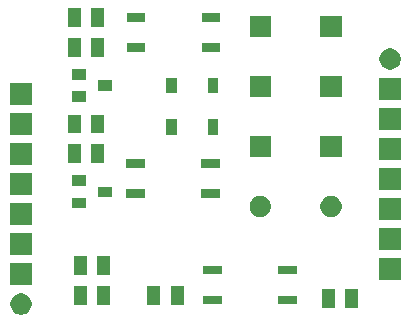
<source format=gbr>
G04 #@! TF.GenerationSoftware,KiCad,Pcbnew,(5.0.0-3-g5ebb6b6)*
G04 #@! TF.CreationDate,2019-04-02T16:58:23+03:00*
G04 #@! TF.ProjectId,uae,7561652E6B696361645F706362000000,rev?*
G04 #@! TF.SameCoordinates,Original*
G04 #@! TF.FileFunction,Soldermask,Top*
G04 #@! TF.FilePolarity,Negative*
%FSLAX46Y46*%
G04 Gerber Fmt 4.6, Leading zero omitted, Abs format (unit mm)*
G04 Created by KiCad (PCBNEW (5.0.0-3-g5ebb6b6)) date *
%MOMM*%
%LPD*%
G01*
G04 APERTURE LIST*
%ADD10C,0.100000*%
G04 APERTURE END LIST*
D10*
G36*
X86512520Y-73884586D02*
X86512522Y-73884587D01*
X86512523Y-73884587D01*
X86676310Y-73952430D01*
X86823717Y-74050924D01*
X86949076Y-74176283D01*
X87047570Y-74323690D01*
X87115414Y-74487480D01*
X87150000Y-74661358D01*
X87150000Y-74838642D01*
X87115414Y-75012520D01*
X87047570Y-75176310D01*
X86949076Y-75323717D01*
X86823717Y-75449076D01*
X86676310Y-75547570D01*
X86512523Y-75615413D01*
X86512522Y-75615413D01*
X86512520Y-75615414D01*
X86338642Y-75650000D01*
X86161358Y-75650000D01*
X85987480Y-75615414D01*
X85987478Y-75615413D01*
X85987477Y-75615413D01*
X85823690Y-75547570D01*
X85676283Y-75449076D01*
X85550924Y-75323717D01*
X85452430Y-75176310D01*
X85384586Y-75012520D01*
X85350000Y-74838642D01*
X85350000Y-74661358D01*
X85384586Y-74487480D01*
X85452430Y-74323690D01*
X85550924Y-74176283D01*
X85676283Y-74050924D01*
X85823690Y-73952430D01*
X85987477Y-73884587D01*
X85987478Y-73884587D01*
X85987480Y-73884586D01*
X86161358Y-73850000D01*
X86338642Y-73850000D01*
X86512520Y-73884586D01*
X86512520Y-73884586D01*
G37*
G36*
X114800000Y-75050000D02*
X113700000Y-75050000D01*
X113700000Y-73450000D01*
X114800000Y-73450000D01*
X114800000Y-75050000D01*
X114800000Y-75050000D01*
G37*
G36*
X112800000Y-75050000D02*
X111700000Y-75050000D01*
X111700000Y-73450000D01*
X112800000Y-73450000D01*
X112800000Y-75050000D01*
X112800000Y-75050000D01*
G37*
G36*
X91800000Y-74800000D02*
X90700000Y-74800000D01*
X90700000Y-73200000D01*
X91800000Y-73200000D01*
X91800000Y-74800000D01*
X91800000Y-74800000D01*
G37*
G36*
X93800000Y-74800000D02*
X92700000Y-74800000D01*
X92700000Y-73200000D01*
X93800000Y-73200000D01*
X93800000Y-74800000D01*
X93800000Y-74800000D01*
G37*
G36*
X100050000Y-74800000D02*
X98950000Y-74800000D01*
X98950000Y-73200000D01*
X100050000Y-73200000D01*
X100050000Y-74800000D01*
X100050000Y-74800000D01*
G37*
G36*
X98050000Y-74800000D02*
X96950000Y-74800000D01*
X96950000Y-73200000D01*
X98050000Y-73200000D01*
X98050000Y-74800000D01*
X98050000Y-74800000D01*
G37*
G36*
X109580600Y-74759800D02*
X108007400Y-74759800D01*
X108007400Y-74050200D01*
X109580600Y-74050200D01*
X109580600Y-74759800D01*
X109580600Y-74759800D01*
G37*
G36*
X103242600Y-74759800D02*
X101669400Y-74759800D01*
X101669400Y-74050200D01*
X103242600Y-74050200D01*
X103242600Y-74759800D01*
X103242600Y-74759800D01*
G37*
G36*
X87150000Y-73110000D02*
X85350000Y-73110000D01*
X85350000Y-71310000D01*
X87150000Y-71310000D01*
X87150000Y-73110000D01*
X87150000Y-73110000D01*
G37*
G36*
X118400000Y-72680000D02*
X116600000Y-72680000D01*
X116600000Y-70880000D01*
X118400000Y-70880000D01*
X118400000Y-72680000D01*
X118400000Y-72680000D01*
G37*
G36*
X93800000Y-72300000D02*
X92700000Y-72300000D01*
X92700000Y-70700000D01*
X93800000Y-70700000D01*
X93800000Y-72300000D01*
X93800000Y-72300000D01*
G37*
G36*
X91800000Y-72300000D02*
X90700000Y-72300000D01*
X90700000Y-70700000D01*
X91800000Y-70700000D01*
X91800000Y-72300000D01*
X91800000Y-72300000D01*
G37*
G36*
X109580600Y-72219800D02*
X108007400Y-72219800D01*
X108007400Y-71510200D01*
X109580600Y-71510200D01*
X109580600Y-72219800D01*
X109580600Y-72219800D01*
G37*
G36*
X103242600Y-72219800D02*
X101669400Y-72219800D01*
X101669400Y-71510200D01*
X103242600Y-71510200D01*
X103242600Y-72219800D01*
X103242600Y-72219800D01*
G37*
G36*
X87150000Y-70570000D02*
X85350000Y-70570000D01*
X85350000Y-68770000D01*
X87150000Y-68770000D01*
X87150000Y-70570000D01*
X87150000Y-70570000D01*
G37*
G36*
X118400000Y-70140000D02*
X116600000Y-70140000D01*
X116600000Y-68340000D01*
X118400000Y-68340000D01*
X118400000Y-70140000D01*
X118400000Y-70140000D01*
G37*
G36*
X87150000Y-68030000D02*
X85350000Y-68030000D01*
X85350000Y-66230000D01*
X87150000Y-66230000D01*
X87150000Y-68030000D01*
X87150000Y-68030000D01*
G37*
G36*
X118400000Y-67600000D02*
X116600000Y-67600000D01*
X116600000Y-65800000D01*
X118400000Y-65800000D01*
X118400000Y-67600000D01*
X118400000Y-67600000D01*
G37*
G36*
X112762520Y-65624586D02*
X112762522Y-65624587D01*
X112762523Y-65624587D01*
X112926310Y-65692430D01*
X113073717Y-65790924D01*
X113199076Y-65916283D01*
X113297570Y-66063690D01*
X113365414Y-66227480D01*
X113400000Y-66401358D01*
X113400000Y-66578642D01*
X113365414Y-66752520D01*
X113297570Y-66916310D01*
X113199076Y-67063717D01*
X113073717Y-67189076D01*
X112926310Y-67287570D01*
X112762523Y-67355413D01*
X112762522Y-67355413D01*
X112762520Y-67355414D01*
X112588642Y-67390000D01*
X112411358Y-67390000D01*
X112237480Y-67355414D01*
X112237478Y-67355413D01*
X112237477Y-67355413D01*
X112073690Y-67287570D01*
X111926283Y-67189076D01*
X111800924Y-67063717D01*
X111702430Y-66916310D01*
X111634586Y-66752520D01*
X111600000Y-66578642D01*
X111600000Y-66401358D01*
X111634586Y-66227480D01*
X111702430Y-66063690D01*
X111800924Y-65916283D01*
X111926283Y-65790924D01*
X112073690Y-65692430D01*
X112237477Y-65624587D01*
X112237478Y-65624587D01*
X112237480Y-65624586D01*
X112411358Y-65590000D01*
X112588642Y-65590000D01*
X112762520Y-65624586D01*
X112762520Y-65624586D01*
G37*
G36*
X106762520Y-65624586D02*
X106762522Y-65624587D01*
X106762523Y-65624587D01*
X106926310Y-65692430D01*
X107073717Y-65790924D01*
X107199076Y-65916283D01*
X107297570Y-66063690D01*
X107365414Y-66227480D01*
X107400000Y-66401358D01*
X107400000Y-66578642D01*
X107365414Y-66752520D01*
X107297570Y-66916310D01*
X107199076Y-67063717D01*
X107073717Y-67189076D01*
X106926310Y-67287570D01*
X106762523Y-67355413D01*
X106762522Y-67355413D01*
X106762520Y-67355414D01*
X106588642Y-67390000D01*
X106411358Y-67390000D01*
X106237480Y-67355414D01*
X106237478Y-67355413D01*
X106237477Y-67355413D01*
X106073690Y-67287570D01*
X105926283Y-67189076D01*
X105800924Y-67063717D01*
X105702430Y-66916310D01*
X105634586Y-66752520D01*
X105600000Y-66578642D01*
X105600000Y-66401358D01*
X105634586Y-66227480D01*
X105702430Y-66063690D01*
X105800924Y-65916283D01*
X105926283Y-65790924D01*
X106073690Y-65692430D01*
X106237477Y-65624587D01*
X106237478Y-65624587D01*
X106237480Y-65624586D01*
X106411358Y-65590000D01*
X106588642Y-65590000D01*
X106762520Y-65624586D01*
X106762520Y-65624586D01*
G37*
G36*
X91750000Y-66650000D02*
X90550000Y-66650000D01*
X90550000Y-65750000D01*
X91750000Y-65750000D01*
X91750000Y-66650000D01*
X91750000Y-66650000D01*
G37*
G36*
X103080600Y-65739800D02*
X101507400Y-65739800D01*
X101507400Y-65030200D01*
X103080600Y-65030200D01*
X103080600Y-65739800D01*
X103080600Y-65739800D01*
G37*
G36*
X96742600Y-65739800D02*
X95169400Y-65739800D01*
X95169400Y-65030200D01*
X96742600Y-65030200D01*
X96742600Y-65739800D01*
X96742600Y-65739800D01*
G37*
G36*
X93950000Y-65700000D02*
X92750000Y-65700000D01*
X92750000Y-64800000D01*
X93950000Y-64800000D01*
X93950000Y-65700000D01*
X93950000Y-65700000D01*
G37*
G36*
X87150000Y-65490000D02*
X85350000Y-65490000D01*
X85350000Y-63690000D01*
X87150000Y-63690000D01*
X87150000Y-65490000D01*
X87150000Y-65490000D01*
G37*
G36*
X118400000Y-65060000D02*
X116600000Y-65060000D01*
X116600000Y-63260000D01*
X118400000Y-63260000D01*
X118400000Y-65060000D01*
X118400000Y-65060000D01*
G37*
G36*
X91750000Y-64750000D02*
X90550000Y-64750000D01*
X90550000Y-63850000D01*
X91750000Y-63850000D01*
X91750000Y-64750000D01*
X91750000Y-64750000D01*
G37*
G36*
X103080600Y-63199800D02*
X101507400Y-63199800D01*
X101507400Y-62490200D01*
X103080600Y-62490200D01*
X103080600Y-63199800D01*
X103080600Y-63199800D01*
G37*
G36*
X96742600Y-63199800D02*
X95169400Y-63199800D01*
X95169400Y-62490200D01*
X96742600Y-62490200D01*
X96742600Y-63199800D01*
X96742600Y-63199800D01*
G37*
G36*
X87150000Y-62950000D02*
X85350000Y-62950000D01*
X85350000Y-61150000D01*
X87150000Y-61150000D01*
X87150000Y-62950000D01*
X87150000Y-62950000D01*
G37*
G36*
X93300000Y-62800000D02*
X92200000Y-62800000D01*
X92200000Y-61200000D01*
X93300000Y-61200000D01*
X93300000Y-62800000D01*
X93300000Y-62800000D01*
G37*
G36*
X91300000Y-62800000D02*
X90200000Y-62800000D01*
X90200000Y-61200000D01*
X91300000Y-61200000D01*
X91300000Y-62800000D01*
X91300000Y-62800000D01*
G37*
G36*
X118400000Y-62520000D02*
X116600000Y-62520000D01*
X116600000Y-60720000D01*
X118400000Y-60720000D01*
X118400000Y-62520000D01*
X118400000Y-62520000D01*
G37*
G36*
X113400000Y-62310000D02*
X111600000Y-62310000D01*
X111600000Y-60510000D01*
X113400000Y-60510000D01*
X113400000Y-62310000D01*
X113400000Y-62310000D01*
G37*
G36*
X107400000Y-62310000D02*
X105600000Y-62310000D01*
X105600000Y-60510000D01*
X107400000Y-60510000D01*
X107400000Y-62310000D01*
X107400000Y-62310000D01*
G37*
G36*
X87150000Y-60410000D02*
X85350000Y-60410000D01*
X85350000Y-58610000D01*
X87150000Y-58610000D01*
X87150000Y-60410000D01*
X87150000Y-60410000D01*
G37*
G36*
X102950000Y-60400000D02*
X102050000Y-60400000D01*
X102050000Y-59100000D01*
X102950000Y-59100000D01*
X102950000Y-60400000D01*
X102950000Y-60400000D01*
G37*
G36*
X99450000Y-60400000D02*
X98550000Y-60400000D01*
X98550000Y-59100000D01*
X99450000Y-59100000D01*
X99450000Y-60400000D01*
X99450000Y-60400000D01*
G37*
G36*
X91300000Y-60300000D02*
X90200000Y-60300000D01*
X90200000Y-58700000D01*
X91300000Y-58700000D01*
X91300000Y-60300000D01*
X91300000Y-60300000D01*
G37*
G36*
X93300000Y-60300000D02*
X92200000Y-60300000D01*
X92200000Y-58700000D01*
X93300000Y-58700000D01*
X93300000Y-60300000D01*
X93300000Y-60300000D01*
G37*
G36*
X118400000Y-59980000D02*
X116600000Y-59980000D01*
X116600000Y-58180000D01*
X118400000Y-58180000D01*
X118400000Y-59980000D01*
X118400000Y-59980000D01*
G37*
G36*
X87150000Y-57870000D02*
X85350000Y-57870000D01*
X85350000Y-56070000D01*
X87150000Y-56070000D01*
X87150000Y-57870000D01*
X87150000Y-57870000D01*
G37*
G36*
X91750000Y-57650000D02*
X90550000Y-57650000D01*
X90550000Y-56750000D01*
X91750000Y-56750000D01*
X91750000Y-57650000D01*
X91750000Y-57650000D01*
G37*
G36*
X118400000Y-57440000D02*
X116600000Y-57440000D01*
X116600000Y-55640000D01*
X118400000Y-55640000D01*
X118400000Y-57440000D01*
X118400000Y-57440000D01*
G37*
G36*
X107400000Y-57230000D02*
X105600000Y-57230000D01*
X105600000Y-55430000D01*
X107400000Y-55430000D01*
X107400000Y-57230000D01*
X107400000Y-57230000D01*
G37*
G36*
X113400000Y-57230000D02*
X111600000Y-57230000D01*
X111600000Y-55430000D01*
X113400000Y-55430000D01*
X113400000Y-57230000D01*
X113400000Y-57230000D01*
G37*
G36*
X102950000Y-56900000D02*
X102050000Y-56900000D01*
X102050000Y-55600000D01*
X102950000Y-55600000D01*
X102950000Y-56900000D01*
X102950000Y-56900000D01*
G37*
G36*
X99450000Y-56900000D02*
X98550000Y-56900000D01*
X98550000Y-55600000D01*
X99450000Y-55600000D01*
X99450000Y-56900000D01*
X99450000Y-56900000D01*
G37*
G36*
X93950000Y-56700000D02*
X92750000Y-56700000D01*
X92750000Y-55800000D01*
X93950000Y-55800000D01*
X93950000Y-56700000D01*
X93950000Y-56700000D01*
G37*
G36*
X91750000Y-55750000D02*
X90550000Y-55750000D01*
X90550000Y-54850000D01*
X91750000Y-54850000D01*
X91750000Y-55750000D01*
X91750000Y-55750000D01*
G37*
G36*
X117762520Y-53134586D02*
X117762522Y-53134587D01*
X117762523Y-53134587D01*
X117926310Y-53202430D01*
X118073717Y-53300924D01*
X118199076Y-53426283D01*
X118297570Y-53573690D01*
X118365414Y-53737480D01*
X118400000Y-53911358D01*
X118400000Y-54088642D01*
X118365414Y-54262520D01*
X118297570Y-54426310D01*
X118199076Y-54573717D01*
X118073717Y-54699076D01*
X117926310Y-54797570D01*
X117762523Y-54865413D01*
X117762522Y-54865413D01*
X117762520Y-54865414D01*
X117588642Y-54900000D01*
X117411358Y-54900000D01*
X117237480Y-54865414D01*
X117237478Y-54865413D01*
X117237477Y-54865413D01*
X117073690Y-54797570D01*
X116926283Y-54699076D01*
X116800924Y-54573717D01*
X116702430Y-54426310D01*
X116634586Y-54262520D01*
X116600000Y-54088642D01*
X116600000Y-53911358D01*
X116634586Y-53737480D01*
X116702430Y-53573690D01*
X116800924Y-53426283D01*
X116926283Y-53300924D01*
X117073690Y-53202430D01*
X117237477Y-53134587D01*
X117237478Y-53134587D01*
X117237480Y-53134586D01*
X117411358Y-53100000D01*
X117588642Y-53100000D01*
X117762520Y-53134586D01*
X117762520Y-53134586D01*
G37*
G36*
X91300000Y-53800000D02*
X90200000Y-53800000D01*
X90200000Y-52200000D01*
X91300000Y-52200000D01*
X91300000Y-53800000D01*
X91300000Y-53800000D01*
G37*
G36*
X93300000Y-53800000D02*
X92200000Y-53800000D01*
X92200000Y-52200000D01*
X93300000Y-52200000D01*
X93300000Y-53800000D01*
X93300000Y-53800000D01*
G37*
G36*
X103124600Y-53394800D02*
X101551400Y-53394800D01*
X101551400Y-52685200D01*
X103124600Y-52685200D01*
X103124600Y-53394800D01*
X103124600Y-53394800D01*
G37*
G36*
X96786600Y-53394800D02*
X95213400Y-53394800D01*
X95213400Y-52685200D01*
X96786600Y-52685200D01*
X96786600Y-53394800D01*
X96786600Y-53394800D01*
G37*
G36*
X113400000Y-52150000D02*
X111600000Y-52150000D01*
X111600000Y-50350000D01*
X113400000Y-50350000D01*
X113400000Y-52150000D01*
X113400000Y-52150000D01*
G37*
G36*
X107400000Y-52150000D02*
X105600000Y-52150000D01*
X105600000Y-50350000D01*
X107400000Y-50350000D01*
X107400000Y-52150000D01*
X107400000Y-52150000D01*
G37*
G36*
X93300000Y-51300000D02*
X92200000Y-51300000D01*
X92200000Y-49700000D01*
X93300000Y-49700000D01*
X93300000Y-51300000D01*
X93300000Y-51300000D01*
G37*
G36*
X91300000Y-51300000D02*
X90200000Y-51300000D01*
X90200000Y-49700000D01*
X91300000Y-49700000D01*
X91300000Y-51300000D01*
X91300000Y-51300000D01*
G37*
G36*
X103124600Y-50854800D02*
X101551400Y-50854800D01*
X101551400Y-50145200D01*
X103124600Y-50145200D01*
X103124600Y-50854800D01*
X103124600Y-50854800D01*
G37*
G36*
X96786600Y-50854800D02*
X95213400Y-50854800D01*
X95213400Y-50145200D01*
X96786600Y-50145200D01*
X96786600Y-50854800D01*
X96786600Y-50854800D01*
G37*
M02*

</source>
